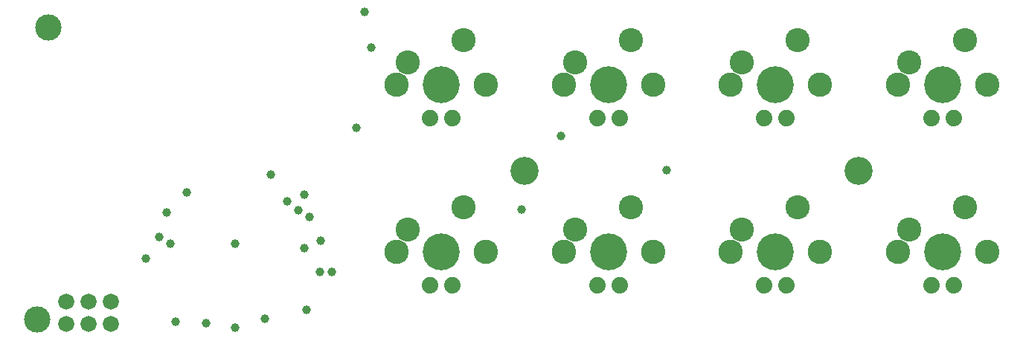
<source format=gbs>
G75*
%MOIN*%
%OFA0B0*%
%FSLAX25Y25*%
%IPPOS*%
%LPD*%
%AMOC8*
5,1,8,0,0,1.08239X$1,22.5*
%
%ADD10C,0.12611*%
%ADD11C,0.11824*%
%ADD12C,0.07200*%
%ADD13C,0.10800*%
%ADD14C,0.10924*%
%ADD15C,0.16550*%
%ADD16C,0.07400*%
%ADD17C,0.03900*%
D10*
X0241850Y0077401D03*
X0391457Y0077401D03*
D11*
X0023516Y0010567D03*
X0028472Y0141598D03*
D12*
X0036472Y0018598D03*
X0046472Y0018598D03*
X0056472Y0018598D03*
X0056472Y0008598D03*
X0046472Y0008598D03*
X0036472Y0008598D03*
D13*
X0189449Y0051094D03*
X0214449Y0061094D03*
X0264252Y0051094D03*
X0289252Y0061094D03*
X0339055Y0051094D03*
X0364055Y0061094D03*
X0413858Y0051094D03*
X0438858Y0061094D03*
X0413858Y0125898D03*
X0438858Y0135898D03*
X0364055Y0135898D03*
X0339055Y0125898D03*
X0289252Y0135898D03*
X0264252Y0125898D03*
X0214449Y0135898D03*
X0189449Y0125898D03*
D14*
X0184449Y0115898D03*
X0224449Y0115898D03*
X0259252Y0115898D03*
X0299252Y0115898D03*
X0334055Y0115898D03*
X0374055Y0115898D03*
X0408858Y0115898D03*
X0448858Y0115898D03*
X0448858Y0041094D03*
X0408858Y0041094D03*
X0374055Y0041094D03*
X0334055Y0041094D03*
X0299252Y0041094D03*
X0259252Y0041094D03*
X0224449Y0041094D03*
X0184449Y0041094D03*
D15*
X0204449Y0041094D03*
X0279252Y0041094D03*
X0354055Y0041094D03*
X0428858Y0041094D03*
X0428858Y0115898D03*
X0354055Y0115898D03*
X0279252Y0115898D03*
X0204449Y0115898D03*
D16*
X0209449Y0100898D03*
X0199449Y0100898D03*
X0274252Y0100898D03*
X0284252Y0100898D03*
X0349055Y0100898D03*
X0359055Y0100898D03*
X0423858Y0100898D03*
X0433858Y0100898D03*
X0433858Y0026094D03*
X0423858Y0026094D03*
X0359055Y0026094D03*
X0349055Y0026094D03*
X0284252Y0026094D03*
X0274252Y0026094D03*
X0209449Y0026094D03*
X0199449Y0026094D03*
D17*
X0155472Y0032098D03*
X0149972Y0032098D03*
X0142972Y0042598D03*
X0150472Y0046098D03*
X0145472Y0056598D03*
X0140472Y0059598D03*
X0135472Y0063598D03*
X0142972Y0066598D03*
X0127972Y0075598D03*
X0090472Y0067598D03*
X0081472Y0058598D03*
X0077972Y0047598D03*
X0082972Y0044598D03*
X0071972Y0038098D03*
X0111972Y0044598D03*
X0143972Y0015098D03*
X0125472Y0011098D03*
X0111972Y0007098D03*
X0098972Y0009098D03*
X0085472Y0009598D03*
X0240472Y0060098D03*
X0305472Y0077598D03*
X0257972Y0093098D03*
X0166472Y0096598D03*
X0172972Y0132598D03*
X0169972Y0148598D03*
M02*

</source>
